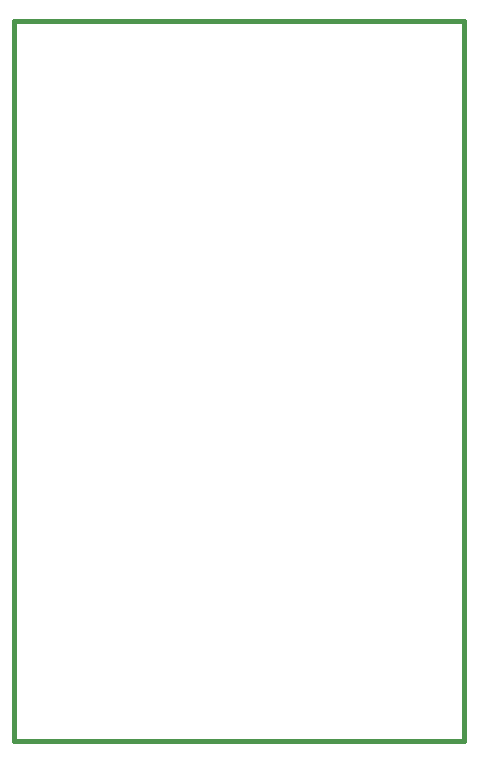
<source format=gbr>
G04 (created by PCBNEW (2013-07-07 BZR 4022)-stable) date 12/3/2013 2:24:00 AM*
%MOIN*%
G04 Gerber Fmt 3.4, Leading zero omitted, Abs format*
%FSLAX34Y34*%
G01*
G70*
G90*
G04 APERTURE LIST*
%ADD10C,0.00590551*%
%ADD11C,0.015*%
G04 APERTURE END LIST*
G54D10*
G54D11*
X25000Y-9500D02*
X25000Y-10000D01*
X23000Y-9500D02*
X25000Y-9500D01*
X25000Y-33500D02*
X25000Y-33000D01*
X23000Y-33500D02*
X25000Y-33500D01*
X10000Y-33000D02*
X10000Y-33500D01*
X10000Y-9500D02*
X10000Y-10000D01*
X10000Y-33000D02*
X10000Y-10000D01*
X23000Y-33500D02*
X10000Y-33500D01*
X25000Y-10000D02*
X25000Y-33000D01*
X10000Y-9500D02*
X23000Y-9500D01*
M02*

</source>
